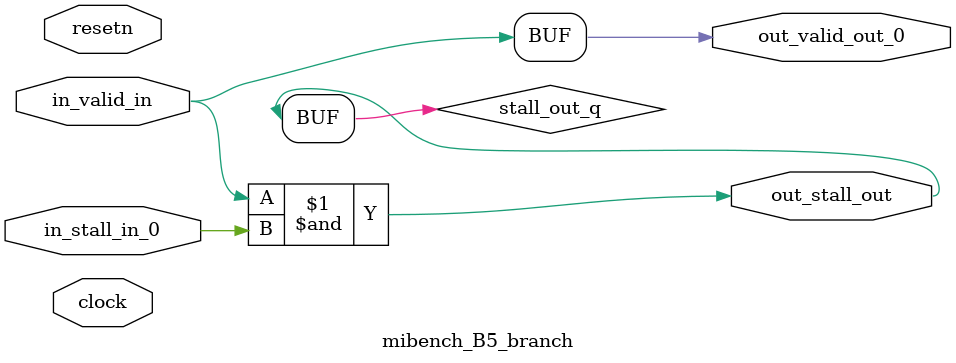
<source format=sv>



(* altera_attribute = "-name AUTO_SHIFT_REGISTER_RECOGNITION OFF; -name MESSAGE_DISABLE 10036; -name MESSAGE_DISABLE 10037; -name MESSAGE_DISABLE 14130; -name MESSAGE_DISABLE 14320; -name MESSAGE_DISABLE 15400; -name MESSAGE_DISABLE 14130; -name MESSAGE_DISABLE 10036; -name MESSAGE_DISABLE 12020; -name MESSAGE_DISABLE 12030; -name MESSAGE_DISABLE 12010; -name MESSAGE_DISABLE 12110; -name MESSAGE_DISABLE 14320; -name MESSAGE_DISABLE 13410; -name MESSAGE_DISABLE 113007; -name MESSAGE_DISABLE 10958" *)
module mibench_B5_branch (
    input wire [0:0] in_stall_in_0,
    input wire [0:0] in_valid_in,
    output wire [0:0] out_stall_out,
    output wire [0:0] out_valid_out_0,
    input wire clock,
    input wire resetn
    );

    wire [0:0] stall_out_q;


    // stall_out(LOGICAL,6)
    assign stall_out_q = in_valid_in & in_stall_in_0;

    // out_stall_out(GPOUT,4)
    assign out_stall_out = stall_out_q;

    // out_valid_out_0(GPOUT,5)
    assign out_valid_out_0 = in_valid_in;

endmodule

</source>
